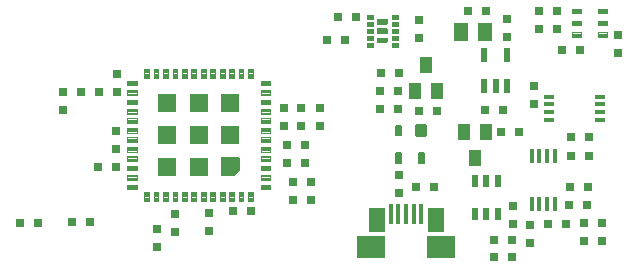
<source format=gbr>
G04 EAGLE Gerber X2 export*
%TF.Part,Single*%
%TF.FileFunction,Paste,Top*%
%TF.FilePolarity,Positive*%
%TF.GenerationSoftware,Autodesk,EAGLE,8.7.0*%
%TF.CreationDate,2018-05-30T02:05:41Z*%
G75*
%MOMM*%
%FSLAX34Y34*%
%LPD*%
%AMOC8*
5,1,8,0,0,1.08239X$1,22.5*%
G01*
%ADD10C,0.100000*%
%ADD11R,1.600000X1.600000*%
%ADD12R,0.800000X0.800000*%
%ADD13R,1.300000X1.500000*%
%ADD14R,0.550000X1.200000*%
%ADD15R,0.450000X1.700000*%
%ADD16R,1.475000X2.100000*%
%ADD17R,2.375000X1.900000*%
%ADD18R,1.000000X1.400000*%
%ADD19R,0.550000X1.100000*%
%ADD20R,0.400000X1.200000*%
%ADD21R,0.899000X0.420000*%
%ADD22C,0.165000*%
%ADD23C,0.300000*%
%ADD24C,0.080000*%

G36*
X264312Y79903D02*
X264312Y79903D01*
X264325Y79901D01*
X264409Y79923D01*
X264495Y79940D01*
X264505Y79948D01*
X264517Y79951D01*
X264653Y80047D01*
X269153Y84547D01*
X269160Y84558D01*
X269170Y84565D01*
X269215Y84640D01*
X269263Y84713D01*
X269265Y84725D01*
X269272Y84736D01*
X269299Y84900D01*
X269299Y95400D01*
X269298Y95408D01*
X269299Y95417D01*
X269278Y95505D01*
X269260Y95595D01*
X269255Y95602D01*
X269253Y95610D01*
X269199Y95683D01*
X269147Y95759D01*
X269140Y95763D01*
X269135Y95770D01*
X269057Y95817D01*
X268980Y95866D01*
X268971Y95867D01*
X268964Y95872D01*
X268800Y95899D01*
X253800Y95899D01*
X253792Y95898D01*
X253783Y95899D01*
X253695Y95878D01*
X253605Y95860D01*
X253598Y95855D01*
X253590Y95853D01*
X253517Y95799D01*
X253441Y95747D01*
X253437Y95740D01*
X253430Y95735D01*
X253383Y95657D01*
X253334Y95580D01*
X253333Y95571D01*
X253328Y95564D01*
X253301Y95400D01*
X253301Y80400D01*
X253302Y80392D01*
X253301Y80383D01*
X253322Y80295D01*
X253340Y80205D01*
X253345Y80198D01*
X253347Y80190D01*
X253401Y80117D01*
X253453Y80041D01*
X253460Y80037D01*
X253465Y80030D01*
X253543Y79983D01*
X253620Y79934D01*
X253629Y79933D01*
X253636Y79928D01*
X253800Y79901D01*
X264300Y79901D01*
X264312Y79903D01*
G37*
G36*
X393808Y208402D02*
X393808Y208402D01*
X393817Y208401D01*
X393905Y208422D01*
X393995Y208440D01*
X394002Y208445D01*
X394010Y208447D01*
X394083Y208501D01*
X394159Y208553D01*
X394163Y208560D01*
X394170Y208565D01*
X394217Y208643D01*
X394266Y208720D01*
X394267Y208729D01*
X394272Y208736D01*
X394299Y208900D01*
X394299Y212900D01*
X394298Y212906D01*
X394299Y212911D01*
X394298Y212913D01*
X394299Y212917D01*
X394278Y213005D01*
X394260Y213095D01*
X394255Y213102D01*
X394253Y213110D01*
X394199Y213183D01*
X394147Y213259D01*
X394140Y213263D01*
X394135Y213270D01*
X394057Y213317D01*
X393980Y213366D01*
X393971Y213367D01*
X393964Y213372D01*
X393800Y213399D01*
X385800Y213399D01*
X385792Y213398D01*
X385783Y213399D01*
X385695Y213378D01*
X385605Y213360D01*
X385598Y213355D01*
X385590Y213353D01*
X385517Y213299D01*
X385441Y213247D01*
X385437Y213240D01*
X385430Y213235D01*
X385383Y213157D01*
X385334Y213080D01*
X385333Y213071D01*
X385328Y213064D01*
X385301Y212900D01*
X385301Y208900D01*
X385302Y208892D01*
X385301Y208883D01*
X385322Y208795D01*
X385340Y208705D01*
X385345Y208698D01*
X385347Y208690D01*
X385401Y208617D01*
X385453Y208541D01*
X385460Y208537D01*
X385465Y208530D01*
X385543Y208483D01*
X385620Y208434D01*
X385629Y208433D01*
X385636Y208428D01*
X385800Y208401D01*
X393800Y208401D01*
X393808Y208402D01*
G37*
G36*
X393808Y200402D02*
X393808Y200402D01*
X393817Y200401D01*
X393905Y200422D01*
X393995Y200440D01*
X394002Y200445D01*
X394010Y200447D01*
X394083Y200501D01*
X394159Y200553D01*
X394163Y200560D01*
X394170Y200565D01*
X394217Y200643D01*
X394266Y200720D01*
X394267Y200729D01*
X394272Y200736D01*
X394299Y200900D01*
X394299Y204900D01*
X394298Y204906D01*
X394299Y204911D01*
X394298Y204913D01*
X394299Y204917D01*
X394278Y205005D01*
X394260Y205095D01*
X394255Y205102D01*
X394253Y205110D01*
X394199Y205183D01*
X394147Y205259D01*
X394140Y205263D01*
X394135Y205270D01*
X394057Y205317D01*
X393980Y205366D01*
X393971Y205367D01*
X393964Y205372D01*
X393800Y205399D01*
X385800Y205399D01*
X385792Y205398D01*
X385783Y205399D01*
X385695Y205378D01*
X385605Y205360D01*
X385598Y205355D01*
X385590Y205353D01*
X385517Y205299D01*
X385441Y205247D01*
X385437Y205240D01*
X385430Y205235D01*
X385383Y205157D01*
X385334Y205080D01*
X385333Y205071D01*
X385328Y205064D01*
X385301Y204900D01*
X385301Y200900D01*
X385302Y200892D01*
X385301Y200883D01*
X385322Y200795D01*
X385340Y200705D01*
X385345Y200698D01*
X385347Y200690D01*
X385401Y200617D01*
X385453Y200541D01*
X385460Y200537D01*
X385465Y200530D01*
X385543Y200483D01*
X385620Y200434D01*
X385629Y200433D01*
X385636Y200428D01*
X385800Y200401D01*
X393800Y200401D01*
X393808Y200402D01*
G37*
G36*
X392812Y192403D02*
X392812Y192403D01*
X392825Y192401D01*
X392909Y192423D01*
X392995Y192440D01*
X393005Y192448D01*
X393017Y192451D01*
X393153Y192547D01*
X394153Y193547D01*
X394155Y193550D01*
X394157Y193551D01*
X394162Y193559D01*
X394170Y193565D01*
X394215Y193640D01*
X394263Y193713D01*
X394264Y193718D01*
X394264Y193719D01*
X394266Y193726D01*
X394272Y193736D01*
X394299Y193900D01*
X394299Y196900D01*
X394298Y196906D01*
X394299Y196911D01*
X394298Y196913D01*
X394299Y196917D01*
X394278Y197005D01*
X394260Y197095D01*
X394255Y197102D01*
X394253Y197110D01*
X394199Y197183D01*
X394147Y197259D01*
X394140Y197263D01*
X394135Y197270D01*
X394057Y197317D01*
X393980Y197366D01*
X393971Y197367D01*
X393964Y197372D01*
X393800Y197399D01*
X385800Y197399D01*
X385792Y197398D01*
X385783Y197399D01*
X385695Y197378D01*
X385605Y197360D01*
X385598Y197355D01*
X385590Y197353D01*
X385517Y197299D01*
X385441Y197247D01*
X385437Y197240D01*
X385430Y197235D01*
X385383Y197157D01*
X385334Y197080D01*
X385333Y197071D01*
X385328Y197064D01*
X385301Y196900D01*
X385301Y192900D01*
X385302Y192892D01*
X385301Y192883D01*
X385322Y192795D01*
X385340Y192705D01*
X385345Y192698D01*
X385347Y192690D01*
X385401Y192617D01*
X385453Y192541D01*
X385460Y192537D01*
X385465Y192530D01*
X385543Y192483D01*
X385620Y192434D01*
X385629Y192433D01*
X385636Y192428D01*
X385800Y192401D01*
X392800Y192401D01*
X392812Y192403D01*
G37*
D10*
X286800Y112900D02*
X294800Y112900D01*
X294800Y108900D01*
X286800Y108900D01*
X286800Y112900D01*
X286800Y109899D02*
X294800Y109899D01*
X294800Y110898D02*
X286800Y110898D01*
X286800Y111897D02*
X294800Y111897D01*
X294800Y112896D02*
X286800Y112896D01*
X286800Y104900D02*
X294800Y104900D01*
X294800Y100900D01*
X286800Y100900D01*
X286800Y104900D01*
X286800Y101899D02*
X294800Y101899D01*
X294800Y102898D02*
X286800Y102898D01*
X286800Y103897D02*
X294800Y103897D01*
X294800Y104896D02*
X286800Y104896D01*
X286800Y96900D02*
X294800Y96900D01*
X294800Y92900D01*
X286800Y92900D01*
X286800Y96900D01*
X286800Y93899D02*
X294800Y93899D01*
X294800Y94898D02*
X286800Y94898D01*
X286800Y95897D02*
X294800Y95897D01*
X294800Y96896D02*
X286800Y96896D01*
X286800Y88900D02*
X294800Y88900D01*
X294800Y84900D01*
X286800Y84900D01*
X286800Y88900D01*
X286800Y85899D02*
X294800Y85899D01*
X294800Y86898D02*
X286800Y86898D01*
X286800Y87897D02*
X294800Y87897D01*
X294800Y88896D02*
X286800Y88896D01*
X286800Y80900D02*
X294800Y80900D01*
X294800Y76900D01*
X286800Y76900D01*
X286800Y80900D01*
X286800Y77899D02*
X294800Y77899D01*
X294800Y78898D02*
X286800Y78898D01*
X286800Y79897D02*
X294800Y79897D01*
X294800Y80896D02*
X286800Y80896D01*
X286800Y72900D02*
X294800Y72900D01*
X294800Y68900D01*
X286800Y68900D01*
X286800Y72900D01*
X286800Y69899D02*
X294800Y69899D01*
X294800Y70898D02*
X286800Y70898D01*
X286800Y71897D02*
X294800Y71897D01*
X294800Y72896D02*
X286800Y72896D01*
X286800Y120900D02*
X294800Y120900D01*
X294800Y116900D01*
X286800Y116900D01*
X286800Y120900D01*
X286800Y117899D02*
X294800Y117899D01*
X294800Y118898D02*
X286800Y118898D01*
X286800Y119897D02*
X294800Y119897D01*
X294800Y120896D02*
X286800Y120896D01*
X286800Y128900D02*
X294800Y128900D01*
X294800Y124900D01*
X286800Y124900D01*
X286800Y128900D01*
X286800Y125899D02*
X294800Y125899D01*
X294800Y126898D02*
X286800Y126898D01*
X286800Y127897D02*
X294800Y127897D01*
X294800Y128896D02*
X286800Y128896D01*
X286800Y136900D02*
X294800Y136900D01*
X294800Y132900D01*
X286800Y132900D01*
X286800Y136900D01*
X286800Y133899D02*
X294800Y133899D01*
X294800Y134898D02*
X286800Y134898D01*
X286800Y135897D02*
X294800Y135897D01*
X294800Y136896D02*
X286800Y136896D01*
X286800Y144900D02*
X294800Y144900D01*
X294800Y140900D01*
X286800Y140900D01*
X286800Y144900D01*
X286800Y141899D02*
X294800Y141899D01*
X294800Y142898D02*
X286800Y142898D01*
X286800Y143897D02*
X294800Y143897D01*
X294800Y144896D02*
X286800Y144896D01*
X286800Y152900D02*
X294800Y152900D01*
X294800Y148900D01*
X286800Y148900D01*
X286800Y152900D01*
X286800Y149899D02*
X294800Y149899D01*
X294800Y150898D02*
X286800Y150898D01*
X286800Y151897D02*
X294800Y151897D01*
X294800Y152896D02*
X286800Y152896D01*
X286800Y160900D02*
X294800Y160900D01*
X294800Y156900D01*
X286800Y156900D01*
X286800Y160900D01*
X286800Y157899D02*
X294800Y157899D01*
X294800Y158898D02*
X286800Y158898D01*
X286800Y159897D02*
X294800Y159897D01*
X294800Y160896D02*
X286800Y160896D01*
X236300Y162900D02*
X236300Y170900D01*
X240300Y170900D01*
X240300Y162900D01*
X236300Y162900D01*
X236300Y163899D02*
X240300Y163899D01*
X240300Y164898D02*
X236300Y164898D01*
X236300Y165897D02*
X240300Y165897D01*
X240300Y166896D02*
X236300Y166896D01*
X236300Y167895D02*
X240300Y167895D01*
X240300Y168894D02*
X236300Y168894D01*
X236300Y169893D02*
X240300Y169893D01*
X240300Y170892D02*
X236300Y170892D01*
X244300Y170900D02*
X244300Y162900D01*
X244300Y170900D02*
X248300Y170900D01*
X248300Y162900D01*
X244300Y162900D01*
X244300Y163899D02*
X248300Y163899D01*
X248300Y164898D02*
X244300Y164898D01*
X244300Y165897D02*
X248300Y165897D01*
X248300Y166896D02*
X244300Y166896D01*
X244300Y167895D02*
X248300Y167895D01*
X248300Y168894D02*
X244300Y168894D01*
X244300Y169893D02*
X248300Y169893D01*
X248300Y170892D02*
X244300Y170892D01*
X276300Y170900D02*
X276300Y162900D01*
X276300Y170900D02*
X280300Y170900D01*
X280300Y162900D01*
X276300Y162900D01*
X276300Y163899D02*
X280300Y163899D01*
X280300Y164898D02*
X276300Y164898D01*
X276300Y165897D02*
X280300Y165897D01*
X280300Y166896D02*
X276300Y166896D01*
X276300Y167895D02*
X280300Y167895D01*
X280300Y168894D02*
X276300Y168894D01*
X276300Y169893D02*
X280300Y169893D01*
X280300Y170892D02*
X276300Y170892D01*
X268300Y170900D02*
X268300Y162900D01*
X268300Y170900D02*
X272300Y170900D01*
X272300Y162900D01*
X268300Y162900D01*
X268300Y163899D02*
X272300Y163899D01*
X272300Y164898D02*
X268300Y164898D01*
X268300Y165897D02*
X272300Y165897D01*
X272300Y166896D02*
X268300Y166896D01*
X268300Y167895D02*
X272300Y167895D01*
X272300Y168894D02*
X268300Y168894D01*
X268300Y169893D02*
X272300Y169893D01*
X272300Y170892D02*
X268300Y170892D01*
X260300Y170900D02*
X260300Y162900D01*
X260300Y170900D02*
X264300Y170900D01*
X264300Y162900D01*
X260300Y162900D01*
X260300Y163899D02*
X264300Y163899D01*
X264300Y164898D02*
X260300Y164898D01*
X260300Y165897D02*
X264300Y165897D01*
X264300Y166896D02*
X260300Y166896D01*
X260300Y167895D02*
X264300Y167895D01*
X264300Y168894D02*
X260300Y168894D01*
X260300Y169893D02*
X264300Y169893D01*
X264300Y170892D02*
X260300Y170892D01*
X252300Y170900D02*
X252300Y162900D01*
X252300Y170900D02*
X256300Y170900D01*
X256300Y162900D01*
X252300Y162900D01*
X252300Y163899D02*
X256300Y163899D01*
X256300Y164898D02*
X252300Y164898D01*
X252300Y165897D02*
X256300Y165897D01*
X256300Y166896D02*
X252300Y166896D01*
X252300Y167895D02*
X256300Y167895D01*
X256300Y168894D02*
X252300Y168894D01*
X252300Y169893D02*
X256300Y169893D01*
X256300Y170892D02*
X252300Y170892D01*
X228300Y170900D02*
X228300Y162900D01*
X228300Y170900D02*
X232300Y170900D01*
X232300Y162900D01*
X228300Y162900D01*
X228300Y163899D02*
X232300Y163899D01*
X232300Y164898D02*
X228300Y164898D01*
X228300Y165897D02*
X232300Y165897D01*
X232300Y166896D02*
X228300Y166896D01*
X228300Y167895D02*
X232300Y167895D01*
X232300Y168894D02*
X228300Y168894D01*
X228300Y169893D02*
X232300Y169893D01*
X232300Y170892D02*
X228300Y170892D01*
X220300Y170900D02*
X220300Y162900D01*
X220300Y170900D02*
X224300Y170900D01*
X224300Y162900D01*
X220300Y162900D01*
X220300Y163899D02*
X224300Y163899D01*
X224300Y164898D02*
X220300Y164898D01*
X220300Y165897D02*
X224300Y165897D01*
X224300Y166896D02*
X220300Y166896D01*
X220300Y167895D02*
X224300Y167895D01*
X224300Y168894D02*
X220300Y168894D01*
X220300Y169893D02*
X224300Y169893D01*
X224300Y170892D02*
X220300Y170892D01*
X212300Y170900D02*
X212300Y162900D01*
X212300Y170900D02*
X216300Y170900D01*
X216300Y162900D01*
X212300Y162900D01*
X212300Y163899D02*
X216300Y163899D01*
X216300Y164898D02*
X212300Y164898D01*
X212300Y165897D02*
X216300Y165897D01*
X216300Y166896D02*
X212300Y166896D01*
X212300Y167895D02*
X216300Y167895D01*
X216300Y168894D02*
X212300Y168894D01*
X212300Y169893D02*
X216300Y169893D01*
X216300Y170892D02*
X212300Y170892D01*
X204300Y170900D02*
X204300Y162900D01*
X204300Y170900D02*
X208300Y170900D01*
X208300Y162900D01*
X204300Y162900D01*
X204300Y163899D02*
X208300Y163899D01*
X208300Y164898D02*
X204300Y164898D01*
X204300Y165897D02*
X208300Y165897D01*
X208300Y166896D02*
X204300Y166896D01*
X204300Y167895D02*
X208300Y167895D01*
X208300Y168894D02*
X204300Y168894D01*
X204300Y169893D02*
X208300Y169893D01*
X208300Y170892D02*
X204300Y170892D01*
X196300Y170900D02*
X196300Y162900D01*
X196300Y170900D02*
X200300Y170900D01*
X200300Y162900D01*
X196300Y162900D01*
X196300Y163899D02*
X200300Y163899D01*
X200300Y164898D02*
X196300Y164898D01*
X196300Y165897D02*
X200300Y165897D01*
X200300Y166896D02*
X196300Y166896D01*
X196300Y167895D02*
X200300Y167895D01*
X200300Y168894D02*
X196300Y168894D01*
X196300Y169893D02*
X200300Y169893D01*
X200300Y170892D02*
X196300Y170892D01*
X188300Y170900D02*
X188300Y162900D01*
X188300Y170900D02*
X192300Y170900D01*
X192300Y162900D01*
X188300Y162900D01*
X188300Y163899D02*
X192300Y163899D01*
X192300Y164898D02*
X188300Y164898D01*
X188300Y165897D02*
X192300Y165897D01*
X192300Y166896D02*
X188300Y166896D01*
X188300Y167895D02*
X192300Y167895D01*
X192300Y168894D02*
X188300Y168894D01*
X188300Y169893D02*
X192300Y169893D01*
X192300Y170892D02*
X188300Y170892D01*
X181800Y160900D02*
X173800Y160900D01*
X181800Y160900D02*
X181800Y156900D01*
X173800Y156900D01*
X173800Y160900D01*
X173800Y157899D02*
X181800Y157899D01*
X181800Y158898D02*
X173800Y158898D01*
X173800Y159897D02*
X181800Y159897D01*
X181800Y160896D02*
X173800Y160896D01*
X173800Y152900D02*
X181800Y152900D01*
X181800Y148900D01*
X173800Y148900D01*
X173800Y152900D01*
X173800Y149899D02*
X181800Y149899D01*
X181800Y150898D02*
X173800Y150898D01*
X173800Y151897D02*
X181800Y151897D01*
X181800Y152896D02*
X173800Y152896D01*
X173800Y144900D02*
X181800Y144900D01*
X181800Y140900D01*
X173800Y140900D01*
X173800Y144900D01*
X173800Y141899D02*
X181800Y141899D01*
X181800Y142898D02*
X173800Y142898D01*
X173800Y143897D02*
X181800Y143897D01*
X181800Y144896D02*
X173800Y144896D01*
X173800Y136900D02*
X181800Y136900D01*
X181800Y132900D01*
X173800Y132900D01*
X173800Y136900D01*
X173800Y133899D02*
X181800Y133899D01*
X181800Y134898D02*
X173800Y134898D01*
X173800Y135897D02*
X181800Y135897D01*
X181800Y136896D02*
X173800Y136896D01*
X173800Y128900D02*
X181800Y128900D01*
X181800Y124900D01*
X173800Y124900D01*
X173800Y128900D01*
X173800Y125899D02*
X181800Y125899D01*
X181800Y126898D02*
X173800Y126898D01*
X173800Y127897D02*
X181800Y127897D01*
X181800Y128896D02*
X173800Y128896D01*
X173800Y120900D02*
X181800Y120900D01*
X181800Y116900D01*
X173800Y116900D01*
X173800Y120900D01*
X173800Y117899D02*
X181800Y117899D01*
X181800Y118898D02*
X173800Y118898D01*
X173800Y119897D02*
X181800Y119897D01*
X181800Y120896D02*
X173800Y120896D01*
X173800Y112900D02*
X181800Y112900D01*
X181800Y108900D01*
X173800Y108900D01*
X173800Y112900D01*
X173800Y109899D02*
X181800Y109899D01*
X181800Y110898D02*
X173800Y110898D01*
X173800Y111897D02*
X181800Y111897D01*
X181800Y112896D02*
X173800Y112896D01*
X173800Y104900D02*
X181800Y104900D01*
X181800Y100900D01*
X173800Y100900D01*
X173800Y104900D01*
X173800Y101899D02*
X181800Y101899D01*
X181800Y102898D02*
X173800Y102898D01*
X173800Y103897D02*
X181800Y103897D01*
X181800Y104896D02*
X173800Y104896D01*
X173800Y96900D02*
X181800Y96900D01*
X181800Y92900D01*
X173800Y92900D01*
X173800Y96900D01*
X173800Y93899D02*
X181800Y93899D01*
X181800Y94898D02*
X173800Y94898D01*
X173800Y95897D02*
X181800Y95897D01*
X181800Y96896D02*
X173800Y96896D01*
X173800Y88900D02*
X181800Y88900D01*
X181800Y84900D01*
X173800Y84900D01*
X173800Y88900D01*
X173800Y85899D02*
X181800Y85899D01*
X181800Y86898D02*
X173800Y86898D01*
X173800Y87897D02*
X181800Y87897D01*
X181800Y88896D02*
X173800Y88896D01*
X173800Y80900D02*
X181800Y80900D01*
X181800Y76900D01*
X173800Y76900D01*
X173800Y80900D01*
X173800Y77899D02*
X181800Y77899D01*
X181800Y78898D02*
X173800Y78898D01*
X173800Y79897D02*
X181800Y79897D01*
X181800Y80896D02*
X173800Y80896D01*
X173800Y72900D02*
X181800Y72900D01*
X181800Y68900D01*
X173800Y68900D01*
X173800Y72900D01*
X173800Y69899D02*
X181800Y69899D01*
X181800Y70898D02*
X173800Y70898D01*
X173800Y71897D02*
X181800Y71897D01*
X181800Y72896D02*
X173800Y72896D01*
X188300Y66900D02*
X188300Y58900D01*
X188300Y66900D02*
X192300Y66900D01*
X192300Y58900D01*
X188300Y58900D01*
X188300Y59899D02*
X192300Y59899D01*
X192300Y60898D02*
X188300Y60898D01*
X188300Y61897D02*
X192300Y61897D01*
X192300Y62896D02*
X188300Y62896D01*
X188300Y63895D02*
X192300Y63895D01*
X192300Y64894D02*
X188300Y64894D01*
X188300Y65893D02*
X192300Y65893D01*
X192300Y66892D02*
X188300Y66892D01*
X196300Y66900D02*
X196300Y58900D01*
X196300Y66900D02*
X200300Y66900D01*
X200300Y58900D01*
X196300Y58900D01*
X196300Y59899D02*
X200300Y59899D01*
X200300Y60898D02*
X196300Y60898D01*
X196300Y61897D02*
X200300Y61897D01*
X200300Y62896D02*
X196300Y62896D01*
X196300Y63895D02*
X200300Y63895D01*
X200300Y64894D02*
X196300Y64894D01*
X196300Y65893D02*
X200300Y65893D01*
X200300Y66892D02*
X196300Y66892D01*
X204300Y66900D02*
X204300Y58900D01*
X204300Y66900D02*
X208300Y66900D01*
X208300Y58900D01*
X204300Y58900D01*
X204300Y59899D02*
X208300Y59899D01*
X208300Y60898D02*
X204300Y60898D01*
X204300Y61897D02*
X208300Y61897D01*
X208300Y62896D02*
X204300Y62896D01*
X204300Y63895D02*
X208300Y63895D01*
X208300Y64894D02*
X204300Y64894D01*
X204300Y65893D02*
X208300Y65893D01*
X208300Y66892D02*
X204300Y66892D01*
X212300Y66900D02*
X212300Y58900D01*
X212300Y66900D02*
X216300Y66900D01*
X216300Y58900D01*
X212300Y58900D01*
X212300Y59899D02*
X216300Y59899D01*
X216300Y60898D02*
X212300Y60898D01*
X212300Y61897D02*
X216300Y61897D01*
X216300Y62896D02*
X212300Y62896D01*
X212300Y63895D02*
X216300Y63895D01*
X216300Y64894D02*
X212300Y64894D01*
X212300Y65893D02*
X216300Y65893D01*
X216300Y66892D02*
X212300Y66892D01*
X220300Y66900D02*
X220300Y58900D01*
X220300Y66900D02*
X224300Y66900D01*
X224300Y58900D01*
X220300Y58900D01*
X220300Y59899D02*
X224300Y59899D01*
X224300Y60898D02*
X220300Y60898D01*
X220300Y61897D02*
X224300Y61897D01*
X224300Y62896D02*
X220300Y62896D01*
X220300Y63895D02*
X224300Y63895D01*
X224300Y64894D02*
X220300Y64894D01*
X220300Y65893D02*
X224300Y65893D01*
X224300Y66892D02*
X220300Y66892D01*
X228300Y66900D02*
X228300Y58900D01*
X228300Y66900D02*
X232300Y66900D01*
X232300Y58900D01*
X228300Y58900D01*
X228300Y59899D02*
X232300Y59899D01*
X232300Y60898D02*
X228300Y60898D01*
X228300Y61897D02*
X232300Y61897D01*
X232300Y62896D02*
X228300Y62896D01*
X228300Y63895D02*
X232300Y63895D01*
X232300Y64894D02*
X228300Y64894D01*
X228300Y65893D02*
X232300Y65893D01*
X232300Y66892D02*
X228300Y66892D01*
X236300Y66900D02*
X236300Y58900D01*
X236300Y66900D02*
X240300Y66900D01*
X240300Y58900D01*
X236300Y58900D01*
X236300Y59899D02*
X240300Y59899D01*
X240300Y60898D02*
X236300Y60898D01*
X236300Y61897D02*
X240300Y61897D01*
X240300Y62896D02*
X236300Y62896D01*
X236300Y63895D02*
X240300Y63895D01*
X240300Y64894D02*
X236300Y64894D01*
X236300Y65893D02*
X240300Y65893D01*
X240300Y66892D02*
X236300Y66892D01*
X244300Y66900D02*
X244300Y58900D01*
X244300Y66900D02*
X248300Y66900D01*
X248300Y58900D01*
X244300Y58900D01*
X244300Y59899D02*
X248300Y59899D01*
X248300Y60898D02*
X244300Y60898D01*
X244300Y61897D02*
X248300Y61897D01*
X248300Y62896D02*
X244300Y62896D01*
X244300Y63895D02*
X248300Y63895D01*
X248300Y64894D02*
X244300Y64894D01*
X244300Y65893D02*
X248300Y65893D01*
X248300Y66892D02*
X244300Y66892D01*
X252300Y66900D02*
X252300Y58900D01*
X252300Y66900D02*
X256300Y66900D01*
X256300Y58900D01*
X252300Y58900D01*
X252300Y59899D02*
X256300Y59899D01*
X256300Y60898D02*
X252300Y60898D01*
X252300Y61897D02*
X256300Y61897D01*
X256300Y62896D02*
X252300Y62896D01*
X252300Y63895D02*
X256300Y63895D01*
X256300Y64894D02*
X252300Y64894D01*
X252300Y65893D02*
X256300Y65893D01*
X256300Y66892D02*
X252300Y66892D01*
X260300Y66900D02*
X260300Y58900D01*
X260300Y66900D02*
X264300Y66900D01*
X264300Y58900D01*
X260300Y58900D01*
X260300Y59899D02*
X264300Y59899D01*
X264300Y60898D02*
X260300Y60898D01*
X260300Y61897D02*
X264300Y61897D01*
X264300Y62896D02*
X260300Y62896D01*
X260300Y63895D02*
X264300Y63895D01*
X264300Y64894D02*
X260300Y64894D01*
X260300Y65893D02*
X264300Y65893D01*
X264300Y66892D02*
X260300Y66892D01*
X268300Y66900D02*
X268300Y58900D01*
X268300Y66900D02*
X272300Y66900D01*
X272300Y58900D01*
X268300Y58900D01*
X268300Y59899D02*
X272300Y59899D01*
X272300Y60898D02*
X268300Y60898D01*
X268300Y61897D02*
X272300Y61897D01*
X272300Y62896D02*
X268300Y62896D01*
X268300Y63895D02*
X272300Y63895D01*
X272300Y64894D02*
X268300Y64894D01*
X268300Y65893D02*
X272300Y65893D01*
X272300Y66892D02*
X268300Y66892D01*
X276300Y66900D02*
X276300Y58900D01*
X276300Y66900D02*
X280300Y66900D01*
X280300Y58900D01*
X276300Y58900D01*
X276300Y59899D02*
X280300Y59899D01*
X280300Y60898D02*
X276300Y60898D01*
X276300Y61897D02*
X280300Y61897D01*
X280300Y62896D02*
X276300Y62896D01*
X276300Y63895D02*
X280300Y63895D01*
X280300Y64894D02*
X276300Y64894D01*
X276300Y65893D02*
X280300Y65893D01*
X280300Y66892D02*
X276300Y66892D01*
D11*
X234300Y87900D03*
X234300Y114900D03*
X234300Y141900D03*
X207300Y114900D03*
X207300Y141900D03*
X261300Y114900D03*
X261300Y141900D03*
X207300Y87900D03*
D12*
X329300Y75520D03*
X329300Y60280D03*
X314400Y75520D03*
X314400Y60280D03*
X164200Y102780D03*
X164200Y118020D03*
X309300Y106120D03*
X309300Y90880D03*
X324600Y106520D03*
X324600Y91280D03*
X306300Y122480D03*
X306300Y137720D03*
X321400Y122580D03*
X321400Y137820D03*
X336900Y122380D03*
X336900Y137620D03*
X164420Y87400D03*
X149180Y87400D03*
X243500Y33580D03*
X243500Y48820D03*
X134780Y151000D03*
X150020Y151000D03*
X165400Y150880D03*
X165400Y166120D03*
X119700Y150920D03*
X119700Y135680D03*
X491720Y136400D03*
X476480Y136400D03*
X462180Y219800D03*
X477420Y219800D03*
D13*
X456940Y201700D03*
X477260Y201700D03*
D14*
X476300Y156599D03*
X485800Y156599D03*
X495300Y156599D03*
X495300Y182601D03*
X476300Y182601D03*
D12*
X495500Y213020D03*
X495500Y197780D03*
X142420Y40900D03*
X127180Y40900D03*
X98320Y40800D03*
X83080Y40800D03*
D15*
X410000Y48000D03*
X403500Y48000D03*
X416500Y48000D03*
X423000Y48000D03*
X397000Y48000D03*
D16*
X385000Y43000D03*
X435000Y43000D03*
D17*
X380500Y20000D03*
X439500Y20000D03*
D12*
X403800Y65780D03*
X403800Y81020D03*
X433920Y71200D03*
X418680Y71200D03*
D18*
X468500Y95800D03*
X459000Y117800D03*
X478000Y117800D03*
D19*
X468500Y48300D03*
X478000Y48300D03*
X487500Y48300D03*
X487500Y76300D03*
X478000Y76300D03*
X468500Y76300D03*
D12*
X500400Y55120D03*
X500400Y39880D03*
X506020Y117700D03*
X490780Y117700D03*
D20*
X535750Y97500D03*
X529250Y97500D03*
X522750Y97500D03*
X516250Y97500D03*
X516250Y56500D03*
X522750Y56500D03*
X529250Y56500D03*
X535750Y56500D03*
D12*
X547680Y55500D03*
X562920Y55500D03*
X560580Y40200D03*
X575820Y40200D03*
X549180Y70500D03*
X564420Y70500D03*
X576120Y25000D03*
X560880Y25000D03*
X564520Y97400D03*
X549280Y97400D03*
X549380Y112900D03*
X564620Y112900D03*
X515000Y38520D03*
X515000Y23280D03*
X500120Y25600D03*
X484880Y25600D03*
X484880Y11700D03*
X500120Y11700D03*
X530280Y39900D03*
X545520Y39900D03*
X518300Y156120D03*
X518300Y140880D03*
D21*
X574155Y127750D03*
X574155Y134250D03*
X574155Y140750D03*
X574155Y147250D03*
X530845Y147250D03*
X530845Y140750D03*
X530845Y134250D03*
X530845Y127750D03*
D12*
X278320Y50300D03*
X263080Y50300D03*
X198800Y20300D03*
X198800Y35300D03*
X214000Y33080D03*
X214000Y48320D03*
D22*
X401775Y114525D02*
X401775Y122875D01*
X405625Y122875D01*
X405625Y114525D01*
X401775Y114525D01*
X401775Y116174D02*
X405625Y116174D01*
X405625Y117823D02*
X401775Y117823D01*
X401775Y119472D02*
X405625Y119472D01*
X405625Y121121D02*
X401775Y121121D01*
X401775Y122770D02*
X405625Y122770D01*
X401775Y99875D02*
X401775Y91525D01*
X401775Y99875D02*
X405625Y99875D01*
X405625Y91525D01*
X401775Y91525D01*
X401775Y93174D02*
X405625Y93174D01*
X405625Y94823D02*
X401775Y94823D01*
X401775Y96472D02*
X405625Y96472D01*
X405625Y98121D02*
X401775Y98121D01*
X401775Y99770D02*
X405625Y99770D01*
X420975Y99875D02*
X420975Y91525D01*
X420975Y99875D02*
X424825Y99875D01*
X424825Y91525D01*
X420975Y91525D01*
X420975Y93174D02*
X424825Y93174D01*
X424825Y94823D02*
X420975Y94823D01*
X420975Y96472D02*
X424825Y96472D01*
X424825Y98121D02*
X420975Y98121D01*
X420975Y99770D02*
X424825Y99770D01*
D23*
X419400Y115200D02*
X419400Y122200D01*
X426400Y122200D01*
X426400Y115200D01*
X419400Y115200D01*
X419400Y118199D02*
X426400Y118199D01*
X426400Y121198D02*
X419400Y121198D01*
D12*
X420980Y135600D03*
X436220Y135600D03*
X403620Y167000D03*
X388380Y167000D03*
X388080Y136700D03*
X403320Y136700D03*
D18*
X426800Y173900D03*
X436300Y151900D03*
X417300Y151900D03*
D12*
X388080Y151800D03*
X403320Y151800D03*
X557120Y186600D03*
X541880Y186600D03*
X589700Y184680D03*
X589700Y199920D03*
D10*
X558050Y207800D02*
X550850Y207800D01*
X550850Y211800D01*
X558050Y211800D01*
X558050Y207800D01*
X558050Y208799D02*
X550850Y208799D01*
X550850Y209798D02*
X558050Y209798D01*
X558050Y210797D02*
X550850Y210797D01*
X550850Y211796D02*
X558050Y211796D01*
X558050Y217800D02*
X550850Y217800D01*
X550850Y221800D01*
X558050Y221800D01*
X558050Y217800D01*
X558050Y218799D02*
X550850Y218799D01*
X550850Y219798D02*
X558050Y219798D01*
X558050Y220797D02*
X550850Y220797D01*
X550850Y221796D02*
X558050Y221796D01*
X558050Y197800D02*
X550850Y197800D01*
X550850Y201800D01*
X558050Y201800D01*
X558050Y197800D01*
X558050Y198799D02*
X550850Y198799D01*
X550850Y199798D02*
X558050Y199798D01*
X558050Y200797D02*
X550850Y200797D01*
X550850Y201796D02*
X558050Y201796D01*
X572750Y197800D02*
X579950Y197800D01*
X572750Y197800D02*
X572750Y201800D01*
X579950Y201800D01*
X579950Y197800D01*
X579950Y198799D02*
X572750Y198799D01*
X572750Y199798D02*
X579950Y199798D01*
X579950Y200797D02*
X572750Y200797D01*
X572750Y201796D02*
X579950Y201796D01*
X579950Y207800D02*
X572750Y207800D01*
X572750Y211800D01*
X579950Y211800D01*
X579950Y207800D01*
X579950Y208799D02*
X572750Y208799D01*
X572750Y209798D02*
X579950Y209798D01*
X579950Y210797D02*
X572750Y210797D01*
X572750Y211796D02*
X579950Y211796D01*
X579950Y217800D02*
X572750Y217800D01*
X572750Y221800D01*
X579950Y221800D01*
X579950Y217800D01*
X579950Y218799D02*
X572750Y218799D01*
X572750Y219798D02*
X579950Y219798D01*
X579950Y220797D02*
X572750Y220797D01*
X572750Y221796D02*
X579950Y221796D01*
D24*
X381900Y216500D02*
X376700Y216500D01*
X381900Y216500D02*
X381900Y213300D01*
X376700Y213300D01*
X376700Y216500D01*
X376700Y214099D02*
X381900Y214099D01*
X381900Y214898D02*
X376700Y214898D01*
X376700Y215697D02*
X381900Y215697D01*
X381900Y216496D02*
X376700Y216496D01*
X376700Y210500D02*
X381900Y210500D01*
X381900Y207300D01*
X376700Y207300D01*
X376700Y210500D01*
X376700Y208099D02*
X381900Y208099D01*
X381900Y208898D02*
X376700Y208898D01*
X376700Y209697D02*
X381900Y209697D01*
X381900Y210496D02*
X376700Y210496D01*
X376700Y204500D02*
X381900Y204500D01*
X381900Y201300D01*
X376700Y201300D01*
X376700Y204500D01*
X376700Y202099D02*
X381900Y202099D01*
X381900Y202898D02*
X376700Y202898D01*
X376700Y203697D02*
X381900Y203697D01*
X381900Y204496D02*
X376700Y204496D01*
X376700Y198500D02*
X381900Y198500D01*
X381900Y195300D01*
X376700Y195300D01*
X376700Y198500D01*
X376700Y196099D02*
X381900Y196099D01*
X381900Y196898D02*
X376700Y196898D01*
X376700Y197697D02*
X381900Y197697D01*
X381900Y198496D02*
X376700Y198496D01*
X376700Y192500D02*
X381900Y192500D01*
X381900Y189300D01*
X376700Y189300D01*
X376700Y192500D01*
X376700Y190099D02*
X381900Y190099D01*
X381900Y190898D02*
X376700Y190898D01*
X376700Y191697D02*
X381900Y191697D01*
X381900Y192496D02*
X376700Y192496D01*
X397700Y192500D02*
X402900Y192500D01*
X402900Y189300D01*
X397700Y189300D01*
X397700Y192500D01*
X397700Y190099D02*
X402900Y190099D01*
X402900Y190898D02*
X397700Y190898D01*
X397700Y191697D02*
X402900Y191697D01*
X402900Y192496D02*
X397700Y192496D01*
X397700Y198500D02*
X402900Y198500D01*
X402900Y195300D01*
X397700Y195300D01*
X397700Y198500D01*
X397700Y196099D02*
X402900Y196099D01*
X402900Y196898D02*
X397700Y196898D01*
X397700Y197697D02*
X402900Y197697D01*
X402900Y198496D02*
X397700Y198496D01*
X397700Y204500D02*
X402900Y204500D01*
X402900Y201300D01*
X397700Y201300D01*
X397700Y204500D01*
X397700Y202099D02*
X402900Y202099D01*
X402900Y202898D02*
X397700Y202898D01*
X397700Y203697D02*
X402900Y203697D01*
X402900Y204496D02*
X397700Y204496D01*
X397700Y210500D02*
X402900Y210500D01*
X402900Y207300D01*
X397700Y207300D01*
X397700Y210500D01*
X397700Y208099D02*
X402900Y208099D01*
X402900Y208898D02*
X397700Y208898D01*
X397700Y209697D02*
X402900Y209697D01*
X402900Y210496D02*
X397700Y210496D01*
X397700Y216500D02*
X402900Y216500D01*
X402900Y213300D01*
X397700Y213300D01*
X397700Y216500D01*
X397700Y214099D02*
X402900Y214099D01*
X402900Y214898D02*
X397700Y214898D01*
X397700Y215697D02*
X402900Y215697D01*
X402900Y216496D02*
X397700Y216496D01*
D10*
X393300Y204900D02*
X386300Y204900D01*
X393300Y204900D02*
X393300Y200900D01*
X386300Y200900D01*
X386300Y204900D01*
X386300Y201899D02*
X393300Y201899D01*
X393300Y202898D02*
X386300Y202898D01*
X386300Y203897D02*
X393300Y203897D01*
X393300Y204896D02*
X386300Y204896D01*
D12*
X367620Y215200D03*
X352380Y215200D03*
X343180Y195600D03*
X358420Y195600D03*
X421200Y196780D03*
X421200Y212020D03*
X537620Y205000D03*
X522380Y205000D03*
X537620Y220000D03*
X522380Y220000D03*
M02*

</source>
